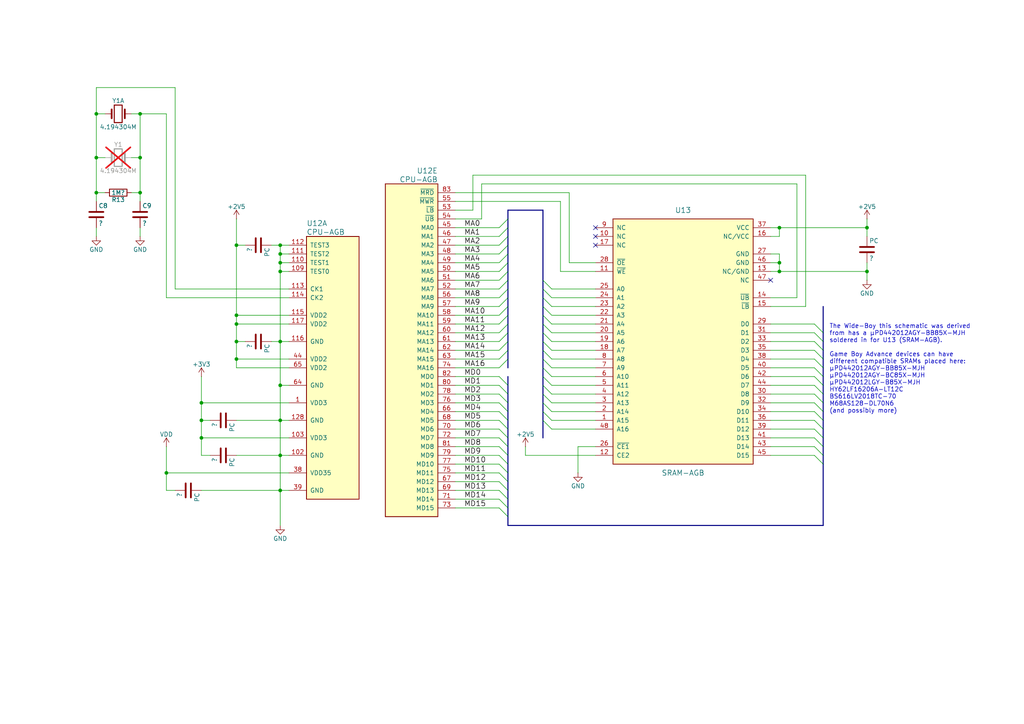
<source format=kicad_sch>
(kicad_sch (version 20231120) (generator "eeschema") (generator_version "8.0")
  (paper "A4")
  (title_block (title "Wide-Boy64 AGB") (date "2024-06-20") (rev "2") (company "CC-BY-SA-4.0 Michael Singer") (comment 1 "https://github.com/msinger/wideboy/") (comment 2 "http://iceboy.a-singer.de/"))
  (lib_symbols
    (symbol "CPU_GameBoy:CPU-AGB-Split" (pin_names (offset 1.016))
      (property "Reference" "U" (at 5.08 6.35 0))
      (property "Value" "CPU-AGB-Split" (at 5.08 3.81 0))
      (symbol "CPU-AGB-Split_1_1"
        (rectangle (start 5.08 2.54) (end 20.32 -73.66) (stroke (width 0.254)) (fill (type background)))
        (pin power_in line (at 0 -45.72 0) (length 5.08) (name "VDD3") (number "1"))
        (pin power_in line (at 0 -60.96 0) (length 5.08) (name "GND") (number "102"))
        (pin power_in line (at 0 -55.88 0) (length 5.08) (name "VDD3") (number "103"))
        (pin input line (at 0 -7.62 0) (length 5.08) (name "TEST0") (number "109"))
        (pin input line (at 0 -5.08 0) (length 5.08) (name "TEST1") (number "110"))
        (pin input line (at 0 -2.54 0) (length 5.08) (name "TEST2") (number "111"))
        (pin input line (at 0 0 0) (length 5.08) (name "TEST3") (number "112"))
        (pin passive line (at 0 -12.7 0) (length 5.08) (name "CK1") (number "113"))
        (pin passive line (at 0 -15.24 0) (length 5.08) (name "CK2") (number "114"))
        (pin power_in line (at 0 -20.32 0) (length 5.08) (name "VDD2") (number "115"))
        (pin power_in line (at 0 -27.94 0) (length 5.08) (name "GND") (number "116"))
        (pin power_in line (at 0 -22.86 0) (length 5.08) (name "VDD2") (number "117"))
        (pin power_in line (at 0 -50.8 0) (length 5.08) (name "GND") (number "128"))
        (pin power_in line (at 0 -66.04 0) (length 5.08) (name "VDD35") (number "38"))
        (pin power_in line (at 0 -71.12 0) (length 5.08) (name "GND") (number "39"))
        (pin power_in line (at 0 -33.02 0) (length 5.08) (name "VDD2") (number "44"))
        (pin power_in line (at 0 -40.64 0) (length 5.08) (name "GND") (number "64"))
        (pin power_in line (at 0 -35.56 0) (length 5.08) (name "VDD2") (number "65"))
      )
      (symbol "CPU-AGB-Split_2_1"
        (rectangle (start 5.08 2.54) (end 20.32 -53.34) (stroke (width 0.254)) (fill (type background)))
        (pin input line (at 0 -22.86 0) (length 5.08) (name "P9") (number "119"))
        (pin input line (at 0 -15.24 0) (length 5.08) (name "P6") (number "120"))
        (pin input line (at 0 -12.7 0) (length 5.08) (name "P5") (number "121"))
        (pin input line (at 0 -17.78 0) (length 5.08) (name "P7") (number "122"))
        (pin input line (at 0 -10.16 0) (length 5.08) (name "P4") (number "123"))
        (pin input line (at 0 -40.64 0) (length 5.08) (name "~{FIQ}") (number "124"))
        (pin bidirectional line (at 0 -43.18 0) (length 5.08) (name "~{RESET}") (number "125"))
        (pin input line (at 0 -5.08 0) (length 5.08) (name "P2") (number "126"))
        (pin input line (at 0 -7.62 0) (length 5.08) (name "P3") (number "127"))
        (pin input line (at 0 -20.32 0) (length 5.08) (name "P8") (number "3"))
        (pin input line (at 0 0 0) (length 5.08) (name "P0") (number "4"))
        (pin bidirectional line (at 0 -35.56 0) (length 5.08) (name "SC") (number "40"))
        (pin bidirectional line (at 0 -33.02 0) (length 5.08) (name "SD") (number "41"))
        (pin input line (at 0 -30.48 0) (length 5.08) (name "SI") (number "42"))
        (pin output line (at 0 -27.94 0) (length 5.08) (name "SO") (number "43"))
        (pin input line (at 0 -2.54 0) (length 5.08) (name "P1") (number "5"))
        (pin output line (at 0 -48.26 0) (length 5.08) (name "SO1") (number "6"))
        (pin output line (at 0 -50.8 0) (length 5.08) (name "SO2") (number "7"))
      )
      (symbol "CPU-AGB-Split_3_1"
        (rectangle (start 5.08 2.54) (end 20.32 -76.2) (stroke (width 0.254)) (fill (type background)))
        (pin output line (at 0 -53.34 0) (length 5.08) (name "LDB2") (number "100"))
        (pin output line (at 0 -55.88 0) (length 5.08) (name "LDB1") (number "101"))
        (pin output line (at 0 -60.96 0) (length 5.08) (name "SPL") (number "104"))
        (pin output line (at 0 -63.5 0) (length 5.08) (name "CLS") (number "105"))
        (pin output line (at 0 -66.04 0) (length 5.08) (name "SPS") (number "106"))
        (pin output line (at 0 -68.58 0) (length 5.08) (name "MOD") (number "107"))
        (pin output line (at 0 -73.66 0) (length 5.08) (name "REVC") (number "108"))
        (pin output line (at 0 0 0) (length 5.08) (name "R10") (number "118"))
        (pin output line (at 0 -5.08 0) (length 5.08) (name "DCK") (number "84"))
        (pin output line (at 0 -7.62 0) (length 5.08) (name "LP") (number "85"))
        (pin output line (at 0 -10.16 0) (length 5.08) (name "PS") (number "86"))
        (pin output line (at 0 -15.24 0) (length 5.08) (name "LDR5") (number "87"))
        (pin output line (at 0 -17.78 0) (length 5.08) (name "LDR4") (number "88"))
        (pin output line (at 0 -20.32 0) (length 5.08) (name "LDR3") (number "89"))
        (pin output line (at 0 -22.86 0) (length 5.08) (name "LDR2") (number "90"))
        (pin output line (at 0 -25.4 0) (length 5.08) (name "LDR1") (number "91"))
        (pin output line (at 0 -30.48 0) (length 5.08) (name "LDG5") (number "92"))
        (pin output line (at 0 -33.02 0) (length 5.08) (name "LDG4") (number "93"))
        (pin output line (at 0 -35.56 0) (length 5.08) (name "LDG3") (number "94"))
        (pin output line (at 0 -38.1 0) (length 5.08) (name "LDG2") (number "95"))
        (pin output line (at 0 -40.64 0) (length 5.08) (name "LDG1") (number "96"))
        (pin output line (at 0 -45.72 0) (length 5.08) (name "LDB5") (number "97"))
        (pin output line (at 0 -48.26 0) (length 5.08) (name "LDB4") (number "98"))
        (pin output line (at 0 -50.8 0) (length 5.08) (name "LDB3") (number "99"))
      )
      (symbol "CPU-AGB-Split_4_1"
        (rectangle (start 5.08 2.54) (end 20.32 -81.28) (stroke (width 0.254)) (fill (type background)))
        (pin bidirectional line (at 0 -73.66 0) (length 5.08) (name "A23") (number "10"))
        (pin bidirectional line (at 0 -71.12 0) (length 5.08) (name "A22") (number "11"))
        (pin bidirectional line (at 0 -68.58 0) (length 5.08) (name "A21") (number "12"))
        (pin bidirectional line (at 0 -66.04 0) (length 5.08) (name "A20") (number "13"))
        (pin bidirectional line (at 0 -63.5 0) (length 5.08) (name "A19") (number "14"))
        (pin bidirectional line (at 0 -60.96 0) (length 5.08) (name "A18") (number "15"))
        (pin bidirectional line (at 0 -58.42 0) (length 5.08) (name "A17") (number "16"))
        (pin bidirectional line (at 0 -55.88 0) (length 5.08) (name "A16") (number "17"))
        (pin bidirectional line (at 0 -53.34 0) (length 5.08) (name "AD15") (number "18"))
        (pin bidirectional line (at 0 -50.8 0) (length 5.08) (name "AD14") (number "19"))
        (pin input line (at 0 0 0) (length 5.08) (name "IN35") (number "2"))
        (pin bidirectional line (at 0 -48.26 0) (length 5.08) (name "AD13") (number "20"))
        (pin bidirectional line (at 0 -45.72 0) (length 5.08) (name "AD12") (number "21"))
        (pin bidirectional line (at 0 -43.18 0) (length 5.08) (name "AD11") (number "22"))
        (pin bidirectional line (at 0 -40.64 0) (length 5.08) (name "AD10") (number "23"))
        (pin bidirectional line (at 0 -38.1 0) (length 5.08) (name "AD9") (number "24"))
        (pin bidirectional line (at 0 -35.56 0) (length 5.08) (name "AD8") (number "25"))
        (pin bidirectional line (at 0 -33.02 0) (length 5.08) (name "AD7") (number "26"))
        (pin bidirectional line (at 0 -30.48 0) (length 5.08) (name "AD6") (number "27"))
        (pin bidirectional line (at 0 -27.94 0) (length 5.08) (name "AD5") (number "28"))
        (pin bidirectional line (at 0 -25.4 0) (length 5.08) (name "AD4") (number "29"))
        (pin bidirectional line (at 0 -22.86 0) (length 5.08) (name "AD3") (number "30"))
        (pin bidirectional line (at 0 -20.32 0) (length 5.08) (name "AD2") (number "31"))
        (pin bidirectional line (at 0 -17.78 0) (length 5.08) (name "AD1") (number "32"))
        (pin bidirectional line (at 0 -15.24 0) (length 5.08) (name "AD0") (number "33"))
        (pin output line (at 0 -12.7 0) (length 5.08) (name "~{CS1}") (number "34"))
        (pin output line (at 0 -10.16 0) (length 5.08) (name "~{RD}") (number "35"))
        (pin output line (at 0 -7.62 0) (length 5.08) (name "~{WR}") (number "36"))
        (pin output line (at 0 -5.08 0) (length 5.08) (name "PHI") (number "37"))
        (pin input line (at 0 -78.74 0) (length 5.08) (name "IRQ/DREQ") (number "8"))
        (pin bidirectional line (at 0 -76.2 0) (length 5.08) (name "~{CS2}") (number "9"))
      )
      (symbol "CPU-AGB-Split_5_1"
        (rectangle (start 5.08 2.54) (end 20.32 -93.98) (stroke (width 0.254)) (fill (type background)))
        (pin output line (at 0 -10.16 0) (length 5.08) (name "MA0") (number "45"))
        (pin output line (at 0 -12.7 0) (length 5.08) (name "MA1") (number "46"))
        (pin output line (at 0 -15.24 0) (length 5.08) (name "MA2") (number "47"))
        (pin output line (at 0 -17.78 0) (length 5.08) (name "MA3") (number "48"))
        (pin output line (at 0 -20.32 0) (length 5.08) (name "MA4") (number "49"))
        (pin output line (at 0 -22.86 0) (length 5.08) (name "MA5") (number "50"))
        (pin output line (at 0 -25.4 0) (length 5.08) (name "MA6") (number "51"))
        (pin output line (at 0 -27.94 0) (length 5.08) (name "MA7") (number "52"))
        (pin output line (at 0 -5.08 0) (length 5.08) (name "~{LB}") (number "53"))
        (pin output line (at 0 -7.62 0) (length 5.08) (name "~{UB}") (number "54"))
        (pin output line (at 0 -2.54 0) (length 5.08) (name "~{MWR}") (number "55"))
        (pin output line (at 0 -30.48 0) (length 5.08) (name "MA8") (number "56"))
        (pin output line (at 0 -33.02 0) (length 5.08) (name "MA9") (number "57"))
        (pin output line (at 0 -35.56 0) (length 5.08) (name "MA10") (number "58"))
        (pin output line (at 0 -38.1 0) (length 5.08) (name "MA11") (number "59"))
        (pin output line (at 0 -40.64 0) (length 5.08) (name "MA12") (number "60"))
        (pin output line (at 0 -43.18 0) (length 5.08) (name "MA13") (number "61"))
        (pin output line (at 0 -45.72 0) (length 5.08) (name "MA14") (number "62"))
        (pin output line (at 0 -48.26 0) (length 5.08) (name "MA15") (number "63"))
        (pin bidirectional line (at 0 -63.5 0) (length 5.08) (name "MD4") (number "66"))
        (pin bidirectional line (at 0 -83.82 0) (length 5.08) (name "MD12") (number "67"))
        (pin bidirectional line (at 0 -66.04 0) (length 5.08) (name "MD5") (number "68"))
        (pin bidirectional line (at 0 -86.36 0) (length 5.08) (name "MD13") (number "69"))
        (pin bidirectional line (at 0 -68.58 0) (length 5.08) (name "MD6") (number "70"))
        (pin bidirectional line (at 0 -88.9 0) (length 5.08) (name "MD14") (number "71"))
        (pin bidirectional line (at 0 -71.12 0) (length 5.08) (name "MD7") (number "72"))
        (pin bidirectional line (at 0 -91.44 0) (length 5.08) (name "MD15") (number "73"))
        (pin output line (at 0 -50.8 0) (length 5.08) (name "MA16") (number "74"))
        (pin bidirectional line (at 0 -81.28 0) (length 5.08) (name "MD11") (number "75"))
        (pin bidirectional line (at 0 -60.96 0) (length 5.08) (name "MD3") (number "76"))
        (pin bidirectional line (at 0 -78.74 0) (length 5.08) (name "MD10") (number "77"))
        (pin bidirectional line (at 0 -58.42 0) (length 5.08) (name "MD2") (number "78"))
        (pin bidirectional line (at 0 -76.2 0) (length 5.08) (name "MD9") (number "79"))
        (pin bidirectional line (at 0 -55.88 0) (length 5.08) (name "MD1") (number "80"))
        (pin bidirectional line (at 0 -73.66 0) (length 5.08) (name "MD8") (number "81"))
        (pin bidirectional line (at 0 -53.34 0) (length 5.08) (name "MD0") (number "82"))
        (pin output line (at 0 0 0) (length 5.08) (name "~{MRD}") (number "83"))
      )
    )
    (symbol "Device:C" (pin_numbers hide) (pin_names (offset 0.254))
      (property "Reference" "C" (at 0.635 2.54 0))
      (property "Value" "C" (at 0.635 -2.54 0))
      (symbol "C_0_1"
        (polyline (pts (xy -2.032 -0.762) (xy 2.032 -0.762)) (stroke (width 0.508)))
        (polyline (pts (xy -2.032 0.762) (xy 2.032 0.762)) (stroke (width 0.508)))
      )
      (symbol "C_1_1"
        (pin passive line (at 0 3.81 270) (length 2.794) (name "~") (number "1"))
        (pin passive line (at 0 -3.81 90) (length 2.794) (name "~") (number "2"))
      )
    )
    (symbol "Device:Crystal" (pin_numbers hide) (pin_names (offset 1.016) hide)
      (property "Reference" "Y" (at 0 3.81 0))
      (property "Value" "Crystal" (at 0 -3.81 0))
      (symbol "Crystal_0_1"
        (rectangle (start -1.143 2.54) (end 1.143 -2.54) (stroke (width 0.3048)))
        (polyline (pts (xy -2.54 0) (xy -1.905 0)))
        (polyline (pts (xy -1.905 -1.27) (xy -1.905 1.27)) (stroke (width 0.508)))
        (polyline (pts (xy 1.905 -1.27) (xy 1.905 1.27)) (stroke (width 0.508)))
        (polyline (pts (xy 2.54 0) (xy 1.905 0)))
      )
      (symbol "Crystal_1_1"
        (pin passive line (at -3.81 0 0) (length 1.27) (name "1") (number "1"))
        (pin passive line (at 3.81 0 180) (length 1.27) (name "2") (number "2"))
      )
    )
    (symbol "Device:R" (pin_numbers hide) (pin_names (offset 0))
      (property "Reference" "R" (at 2.032 0 90))
      (property "Value" "R" (at 0 0 90))
      (symbol "R_0_1"
        (rectangle (start -1.016 -2.54) (end 1.016 2.54) (stroke (width 0.254)))
      )
      (symbol "R_1_1"
        (pin passive line (at 0 3.81 270) (length 1.27) (name "~") (number "1"))
        (pin passive line (at 0 -3.81 90) (length 1.27) (name "~") (number "2"))
      )
    )
    (symbol "Memory_RAM_GameBoy:SRAM-AGB" (pin_names (offset 1.016))
      (property "Reference" "U" (at 0 38.1 0))
      (property "Value" "SRAM-AGB" (at 0 -38.1 0))
      (symbol "SRAM-AGB_1_1"
        (rectangle (start -20.32 35.56) (end 20.32 -35.56) (stroke (width 0.254)) (fill (type background)))
        (pin input line (at -25.4 -22.86 0) (length 5.08) (name "A15") (number "1"))
        (pin passive line (at -25.4 30.48 0) (length 5.08) (name "NC") (number "10"))
        (pin input line (at -25.4 20.32 0) (length 5.08) (name "~{WE}") (number "11"))
        (pin input line (at -25.4 -33.02 0) (length 5.08) (name "CE2") (number "12"))
        (pin passive line (at 25.4 20.32 180) (length 5.08) (name "NC/GND") (number "13"))
        (pin input line (at 25.4 12.7 180) (length 5.08) (name "~{UB}") (number "14"))
        (pin input line (at 25.4 10.16 180) (length 5.08) (name "~{LB}") (number "15"))
        (pin passive line (at 25.4 30.48 180) (length 5.08) (name "NC/VCC") (number "16"))
        (pin passive line (at -25.4 27.94 0) (length 5.08) (name "NC") (number "17"))
        (pin input line (at -25.4 -2.54 0) (length 5.08) (name "A7") (number "18"))
        (pin input line (at -25.4 0 0) (length 5.08) (name "A6") (number "19"))
        (pin input line (at -25.4 -20.32 0) (length 5.08) (name "A14") (number "2"))
        (pin input line (at -25.4 2.54 0) (length 5.08) (name "A5") (number "20"))
        (pin input line (at -25.4 5.08 0) (length 5.08) (name "A4") (number "21"))
        (pin input line (at -25.4 7.62 0) (length 5.08) (name "A3") (number "22"))
        (pin input line (at -25.4 10.16 0) (length 5.08) (name "A2") (number "23"))
        (pin input line (at -25.4 12.7 0) (length 5.08) (name "A1") (number "24"))
        (pin input line (at -25.4 15.24 0) (length 5.08) (name "A0") (number "25"))
        (pin input line (at -25.4 -30.48 0) (length 5.08) (name "~{CE1}") (number "26"))
        (pin power_in line (at 25.4 25.4 180) (length 5.08) (name "GND") (number "27"))
        (pin input line (at -25.4 22.86 0) (length 5.08) (name "~{OE}") (number "28"))
        (pin bidirectional line (at 25.4 5.08 180) (length 5.08) (name "D0") (number "29"))
        (pin input line (at -25.4 -17.78 0) (length 5.08) (name "A13") (number "3"))
        (pin bidirectional line (at 25.4 -15.24 180) (length 5.08) (name "D8") (number "30"))
        (pin bidirectional line (at 25.4 2.54 180) (length 5.08) (name "D1") (number "31"))
        (pin bidirectional line (at 25.4 -17.78 180) (length 5.08) (name "D9") (number "32"))
        (pin bidirectional line (at 25.4 0 180) (length 5.08) (name "D2") (number "33"))
        (pin bidirectional line (at 25.4 -20.32 180) (length 5.08) (name "D10") (number "34"))
        (pin bidirectional line (at 25.4 -2.54 180) (length 5.08) (name "D3") (number "35"))
        (pin bidirectional line (at 25.4 -22.86 180) (length 5.08) (name "D11") (number "36"))
        (pin power_in line (at 25.4 33.02 180) (length 5.08) (name "VCC") (number "37"))
        (pin bidirectional line (at 25.4 -5.08 180) (length 5.08) (name "D4") (number "38"))
        (pin bidirectional line (at 25.4 -25.4 180) (length 5.08) (name "D12") (number "39"))
        (pin input line (at -25.4 -15.24 0) (length 5.08) (name "A12") (number "4"))
        (pin bidirectional line (at 25.4 -7.62 180) (length 5.08) (name "D5") (number "40"))
        (pin bidirectional line (at 25.4 -27.94 180) (length 5.08) (name "D13") (number "41"))
        (pin bidirectional line (at 25.4 -10.16 180) (length 5.08) (name "D6") (number "42"))
        (pin bidirectional line (at 25.4 -30.48 180) (length 5.08) (name "D14") (number "43"))
        (pin bidirectional line (at 25.4 -12.7 180) (length 5.08) (name "D7") (number "44"))
        (pin bidirectional line (at 25.4 -33.02 180) (length 5.08) (name "D15") (number "45"))
        (pin power_in line (at 25.4 22.86 180) (length 5.08) (name "GND") (number "46"))
        (pin passive line (at 25.4 17.78 180) (length 5.08) (name "NC") (number "47"))
        (pin input line (at -25.4 -25.4 0) (length 5.08) (name "A16") (number "48"))
        (pin input line (at -25.4 -12.7 0) (length 5.08) (name "A11") (number "5"))
        (pin input line (at -25.4 -10.16 0) (length 5.08) (name "A10") (number "6"))
        (pin input line (at -25.4 -7.62 0) (length 5.08) (name "A9") (number "7"))
        (pin input line (at -25.4 -5.08 0) (length 5.08) (name "A8") (number "8"))
        (pin passive line (at -25.4 33.02 0) (length 5.08) (name "NC") (number "9"))
      )
    )
    (symbol "power:+2V5" (power) (pin_numbers hide) (pin_names (offset 0) hide)
      (property "Value" "+2V5" (at 0 3.556 0))
      (symbol "+2V5_0_1"
        (polyline (pts (xy -0.762 1.27) (xy 0 2.54)))
        (polyline (pts (xy 0 0) (xy 0 2.54)))
        (polyline (pts (xy 0 2.54) (xy 0.762 1.27)))
      )
      (symbol "+2V5_1_1"
        (pin power_in line (at 0 0 90) (length 0) (name "~") (number "1"))
      )
    )
    (symbol "power:+3V3" (power) (pin_numbers hide) (pin_names (offset 0) hide)
      (property "Value" "+3V3" (at 0 3.556 0))
      (symbol "+3V3_0_1"
        (polyline (pts (xy -0.762 1.27) (xy 0 2.54)))
        (polyline (pts (xy 0 0) (xy 0 2.54)))
        (polyline (pts (xy 0 2.54) (xy 0.762 1.27)))
      )
      (symbol "+3V3_1_1"
        (pin power_in line (at 0 0 90) (length 0) (name "~") (number "1"))
      )
    )
    (symbol "power:GND" (power) (pin_numbers hide) (pin_names (offset 0) hide)
      (property "Value" "GND" (at 0 -3.81 0))
      (symbol "GND_0_1"
        (polyline (pts (xy 0 0) (xy 0 -1.27) (xy 1.27 -1.27) (xy 0 -2.54) (xy -1.27 -1.27) (xy 0 -1.27)))
      )
      (symbol "GND_1_1"
        (pin power_in line (at 0 0 270) (length 0) (name "~") (number "1"))
      )
    )
    (symbol "power:VDD" (power) (pin_numbers hide) (pin_names (offset 0) hide)
      (property "Value" "VDD" (at 0 3.556 0))
      (symbol "VDD_0_1"
        (polyline (pts (xy -0.762 1.27) (xy 0 2.54)))
        (polyline (pts (xy 0 0) (xy 0 2.54)))
        (polyline (pts (xy 0 2.54) (xy 0.762 1.27)))
      )
      (symbol "VDD_1_1"
        (pin power_in line (at 0 0 90) (length 0) (name "~") (number "1"))
      )
    )
  )
  (junction (at 27.94 55.88))
  (junction (at 81.28 142.24))
  (junction (at 48.26 137.16))
  (junction (at 68.58 93.98))
  (junction (at 68.58 99.06))
  (junction (at 27.94 45.72))
  (junction (at 251.46 78.74))
  (junction (at 81.28 73.66))
  (junction (at 68.58 71.12))
  (junction (at 81.28 121.92))
  (junction (at 58.42 127))
  (junction (at 40.64 45.72))
  (junction (at 68.58 91.44))
  (junction (at 251.46 66.04))
  (junction (at 40.64 55.88))
  (junction (at 226.06 78.74))
  (junction (at 58.42 121.92))
  (junction (at 68.58 104.14))
  (junction (at 27.94 33.02))
  (junction (at 40.64 33.02))
  (junction (at 81.28 111.76))
  (junction (at 81.28 71.12))
  (junction (at 81.28 132.08))
  (junction (at 81.28 99.06))
  (junction (at 81.28 78.74))
  (junction (at 226.06 76.2))
  (junction (at 226.06 66.04))
  (junction (at 81.28 76.2))
  (junction (at 58.42 116.84))
  (no_connect (at 172.72 68.58))
  (no_connect (at 172.72 71.12))
  (no_connect (at 172.72 66.04))
  (no_connect (at 223.52 81.28))
  (bus_entry (at 144.78 101.6) (size 2.54 -2.54))
  (bus_entry (at 236.22 109.22) (size 2.54 2.54))
  (bus_entry (at 144.78 111.76) (size 2.54 2.54))
  (bus_entry (at 144.78 116.84) (size 2.54 2.54))
  (bus_entry (at 157.48 96.52) (size 2.54 2.54))
  (bus_entry (at 144.78 139.7) (size 2.54 2.54))
  (bus_entry (at 236.22 132.08) (size 2.54 2.54))
  (bus_entry (at 144.78 91.44) (size 2.54 -2.54))
  (bus_entry (at 236.22 93.98) (size 2.54 2.54))
  (bus_entry (at 144.78 124.46) (size 2.54 2.54))
  (bus_entry (at 144.78 78.74) (size 2.54 -2.54))
  (bus_entry (at 144.78 81.28) (size 2.54 -2.54))
  (bus_entry (at 236.22 129.54) (size 2.54 2.54))
  (bus_entry (at 144.78 142.24) (size 2.54 2.54))
  (bus_entry (at 157.48 88.9) (size 2.54 2.54))
  (bus_entry (at 157.48 104.14) (size 2.54 2.54))
  (bus_entry (at 157.48 116.84) (size 2.54 2.54))
  (bus_entry (at 236.22 101.6) (size 2.54 2.54))
  (bus_entry (at 144.78 68.58) (size 2.54 -2.54))
  (bus_entry (at 157.48 114.3) (size 2.54 2.54))
  (bus_entry (at 157.48 106.68) (size 2.54 2.54))
  (bus_entry (at 144.78 104.14) (size 2.54 -2.54))
  (bus_entry (at 236.22 119.38) (size 2.54 2.54))
  (bus_entry (at 144.78 137.16) (size 2.54 2.54))
  (bus_entry (at 157.48 93.98) (size 2.54 2.54))
  (bus_entry (at 157.48 101.6) (size 2.54 2.54))
  (bus_entry (at 144.78 106.68) (size 2.54 -2.54))
  (bus_entry (at 144.78 109.22) (size 2.54 2.54))
  (bus_entry (at 144.78 93.98) (size 2.54 -2.54))
  (bus_entry (at 144.78 73.66) (size 2.54 -2.54))
  (bus_entry (at 157.48 83.82) (size 2.54 2.54))
  (bus_entry (at 144.78 88.9) (size 2.54 -2.54))
  (bus_entry (at 236.22 96.52) (size 2.54 2.54))
  (bus_entry (at 157.48 111.76) (size 2.54 2.54))
  (bus_entry (at 144.78 86.36) (size 2.54 -2.54))
  (bus_entry (at 157.48 86.36) (size 2.54 2.54))
  (bus_entry (at 236.22 116.84) (size 2.54 2.54))
  (bus_entry (at 144.78 71.12) (size 2.54 -2.54))
  (bus_entry (at 236.22 111.76) (size 2.54 2.54))
  (bus_entry (at 144.78 127) (size 2.54 2.54))
  (bus_entry (at 236.22 106.68) (size 2.54 2.54))
  (bus_entry (at 157.48 121.92) (size 2.54 2.54))
  (bus_entry (at 144.78 132.08) (size 2.54 2.54))
  (bus_entry (at 144.78 119.38) (size 2.54 2.54))
  (bus_entry (at 144.78 96.52) (size 2.54 -2.54))
  (bus_entry (at 144.78 83.82) (size 2.54 -2.54))
  (bus_entry (at 236.22 127) (size 2.54 2.54))
  (bus_entry (at 144.78 134.62) (size 2.54 2.54))
  (bus_entry (at 144.78 147.32) (size 2.54 2.54))
  (bus_entry (at 236.22 99.06) (size 2.54 2.54))
  (bus_entry (at 236.22 104.14) (size 2.54 2.54))
  (bus_entry (at 157.48 81.28) (size 2.54 2.54))
  (bus_entry (at 157.48 119.38) (size 2.54 2.54))
  (bus_entry (at 144.78 144.78) (size 2.54 2.54))
  (bus_entry (at 236.22 124.46) (size 2.54 2.54))
  (bus_entry (at 144.78 121.92) (size 2.54 2.54))
  (bus_entry (at 144.78 114.3) (size 2.54 2.54))
  (bus_entry (at 236.22 114.3) (size 2.54 2.54))
  (bus_entry (at 144.78 76.2) (size 2.54 -2.54))
  (bus_entry (at 144.78 129.54) (size 2.54 2.54))
  (bus_entry (at 144.78 99.06) (size 2.54 -2.54))
  (bus_entry (at 157.48 109.22) (size 2.54 2.54))
  (bus_entry (at 236.22 121.92) (size 2.54 2.54))
  (bus_entry (at 157.48 91.44) (size 2.54 2.54))
  (bus_entry (at 144.78 66.04) (size 2.54 -2.54))
  (bus_entry (at 157.48 99.06) (size 2.54 2.54))
  (wire (pts (xy 144.78 101.6) (xy 132.08 101.6)))
  (wire (pts (xy 160.02 121.92) (xy 172.72 121.92)))
  (wire (pts (xy 162.56 78.74) (xy 172.72 78.74)))
  (wire (pts (xy 144.78 114.3) (xy 132.08 114.3)))
  (wire (pts (xy 139.7 53.34) (xy 139.7 63.5)))
  (wire (pts (xy 48.26 33.02) (xy 48.26 86.36)))
  (wire (pts (xy 71.12 99.06) (xy 68.58 99.06)))
  (bus (pts (xy 147.32 144.78) (xy 147.32 147.32)))
  (bus (pts (xy 147.32 88.9) (xy 147.32 86.36)))
  (wire (pts (xy 50.8 25.4) (xy 50.8 83.82)))
  (bus (pts (xy 157.48 119.38) (xy 157.48 121.92)))
  (bus (pts (xy 238.76 132.08) (xy 238.76 129.54)))
  (wire (pts (xy 236.22 109.22) (xy 223.52 109.22)))
  (wire (pts (xy 226.06 73.66) (xy 226.06 76.2)))
  (bus (pts (xy 147.32 137.16) (xy 147.32 139.7)))
  (wire (pts (xy 68.58 121.92) (xy 81.28 121.92)))
  (bus (pts (xy 147.32 129.54) (xy 147.32 132.08)))
  (bus (pts (xy 157.48 96.52) (xy 157.48 99.06)))
  (wire (pts (xy 68.58 104.14) (xy 68.58 99.06)))
  (bus (pts (xy 147.32 91.44) (xy 147.32 88.9)))
  (wire (pts (xy 144.78 137.16) (xy 132.08 137.16)))
  (wire (pts (xy 160.02 119.38) (xy 172.72 119.38)))
  (bus (pts (xy 157.48 93.98) (xy 157.48 96.52)))
  (wire (pts (xy 223.52 68.58) (xy 226.06 68.58)))
  (wire (pts (xy 81.28 78.74) (xy 81.28 99.06)))
  (wire (pts (xy 137.16 50.8) (xy 233.68 50.8)))
  (wire (pts (xy 81.28 132.08) (xy 81.28 142.24)))
  (bus (pts (xy 147.32 66.04) (xy 147.32 63.5)))
  (bus (pts (xy 238.76 101.6) (xy 238.76 99.06)))
  (wire (pts (xy 27.94 68.58) (xy 27.94 66.04)))
  (wire (pts (xy 144.78 121.92) (xy 132.08 121.92)))
  (bus (pts (xy 147.32 63.5) (xy 147.32 60.96)))
  (bus (pts (xy 238.76 96.52) (xy 238.76 88.9)))
  (wire (pts (xy 236.22 93.98) (xy 223.52 93.98)))
  (wire (pts (xy 58.42 116.84) (xy 58.42 121.92)))
  (bus (pts (xy 147.32 96.52) (xy 147.32 93.98)))
  (wire (pts (xy 251.46 66.04) (xy 251.46 68.58)))
  (wire (pts (xy 236.22 132.08) (xy 223.52 132.08)))
  (wire (pts (xy 83.82 93.98) (xy 68.58 93.98)))
  (wire (pts (xy 27.94 55.88) (xy 30.48 55.88)))
  (bus (pts (xy 157.48 109.22) (xy 157.48 111.76)))
  (wire (pts (xy 139.7 63.5) (xy 132.08 63.5)))
  (wire (pts (xy 160.02 104.14) (xy 172.72 104.14)))
  (bus (pts (xy 147.32 99.06) (xy 147.32 96.52)))
  (wire (pts (xy 236.22 114.3) (xy 223.52 114.3)))
  (wire (pts (xy 236.22 127) (xy 223.52 127)))
  (wire (pts (xy 81.28 73.66) (xy 81.28 76.2)))
  (wire (pts (xy 50.8 83.82) (xy 83.82 83.82)))
  (wire (pts (xy 144.78 139.7) (xy 132.08 139.7)))
  (wire (pts (xy 71.12 71.12) (xy 68.58 71.12)))
  (bus (pts (xy 157.48 111.76) (xy 157.48 114.3)))
  (wire (pts (xy 144.78 127) (xy 132.08 127)))
  (bus (pts (xy 147.32 142.24) (xy 147.32 144.78)))
  (bus (pts (xy 238.76 127) (xy 238.76 124.46)))
  (bus (pts (xy 157.48 114.3) (xy 157.48 116.84)))
  (wire (pts (xy 144.78 124.46) (xy 132.08 124.46)))
  (wire (pts (xy 58.42 142.24) (xy 81.28 142.24)))
  (bus (pts (xy 238.76 114.3) (xy 238.76 111.76)))
  (wire (pts (xy 68.58 91.44) (xy 68.58 71.12)))
  (bus (pts (xy 147.32 83.82) (xy 147.32 81.28)))
  (wire (pts (xy 236.22 129.54) (xy 223.52 129.54)))
  (wire (pts (xy 81.28 142.24) (xy 81.28 152.4)))
  (wire (pts (xy 40.64 45.72) (xy 40.64 33.02)))
  (wire (pts (xy 48.26 137.16) (xy 48.26 142.24)))
  (wire (pts (xy 144.78 106.68) (xy 132.08 106.68)))
  (bus (pts (xy 147.32 86.36) (xy 147.32 83.82)))
  (wire (pts (xy 83.82 76.2) (xy 81.28 76.2)))
  (wire (pts (xy 81.28 111.76) (xy 81.28 121.92)))
  (wire (pts (xy 81.28 132.08) (xy 83.82 132.08)))
  (wire (pts (xy 27.94 25.4) (xy 50.8 25.4)))
  (wire (pts (xy 160.02 106.68) (xy 172.72 106.68)))
  (wire (pts (xy 144.78 76.2) (xy 132.08 76.2)))
  (wire (pts (xy 160.02 83.82) (xy 172.72 83.82)))
  (wire (pts (xy 81.28 71.12) (xy 83.82 71.12)))
  (wire (pts (xy 160.02 101.6) (xy 172.72 101.6)))
  (bus (pts (xy 238.76 116.84) (xy 238.76 114.3)))
  (wire (pts (xy 68.58 99.06) (xy 68.58 93.98)))
  (wire (pts (xy 144.78 116.84) (xy 132.08 116.84)))
  (bus (pts (xy 147.32 121.92) (xy 147.32 124.46)))
  (wire (pts (xy 144.78 71.12) (xy 132.08 71.12)))
  (wire (pts (xy 160.02 99.06) (xy 172.72 99.06)))
  (wire (pts (xy 132.08 60.96) (xy 137.16 60.96)))
  (bus (pts (xy 238.76 99.06) (xy 238.76 96.52)))
  (bus (pts (xy 157.48 91.44) (xy 157.48 93.98)))
  (wire (pts (xy 236.22 111.76) (xy 223.52 111.76)))
  (bus (pts (xy 147.32 111.76) (xy 147.32 114.3)))
  (wire (pts (xy 236.22 116.84) (xy 223.52 116.84)))
  (wire (pts (xy 223.52 76.2) (xy 226.06 76.2)))
  (wire (pts (xy 233.68 88.9) (xy 223.52 88.9)))
  (bus (pts (xy 157.48 116.84) (xy 157.48 119.38)))
  (wire (pts (xy 48.26 129.54) (xy 48.26 137.16)))
  (wire (pts (xy 160.02 109.22) (xy 172.72 109.22)))
  (bus (pts (xy 238.76 109.22) (xy 238.76 106.68)))
  (wire (pts (xy 226.06 76.2) (xy 226.06 78.74)))
  (wire (pts (xy 144.78 68.58) (xy 132.08 68.58)))
  (wire (pts (xy 172.72 129.54) (xy 167.64 129.54)))
  (wire (pts (xy 144.78 142.24) (xy 132.08 142.24)))
  (wire (pts (xy 40.64 45.72) (xy 38.1 45.72)))
  (wire (pts (xy 165.1 55.88) (xy 132.08 55.88)))
  (wire (pts (xy 38.1 55.88) (xy 40.64 55.88)))
  (wire (pts (xy 160.02 91.44) (xy 172.72 91.44)))
  (wire (pts (xy 236.22 96.52) (xy 223.52 96.52)))
  (wire (pts (xy 144.78 134.62) (xy 132.08 134.62)))
  (wire (pts (xy 83.82 78.74) (xy 81.28 78.74)))
  (wire (pts (xy 81.28 121.92) (xy 83.82 121.92)))
  (bus (pts (xy 238.76 121.92) (xy 238.76 119.38)))
  (bus (pts (xy 157.48 83.82) (xy 157.48 86.36)))
  (wire (pts (xy 68.58 93.98) (xy 68.58 91.44)))
  (wire (pts (xy 27.94 25.4) (xy 27.94 33.02)))
  (bus (pts (xy 157.48 101.6) (xy 157.48 104.14)))
  (wire (pts (xy 48.26 86.36) (xy 83.82 86.36)))
  (wire (pts (xy 160.02 93.98) (xy 172.72 93.98)))
  (bus (pts (xy 147.32 134.62) (xy 147.32 137.16)))
  (wire (pts (xy 144.78 78.74) (xy 132.08 78.74)))
  (bus (pts (xy 147.32 93.98) (xy 147.32 91.44)))
  (bus (pts (xy 238.76 119.38) (xy 238.76 116.84)))
  (bus (pts (xy 157.48 81.28) (xy 157.48 83.82)))
  (wire (pts (xy 83.82 116.84) (xy 58.42 116.84)))
  (wire (pts (xy 83.82 137.16) (xy 48.26 137.16)))
  (wire (pts (xy 81.28 76.2) (xy 81.28 78.74)))
  (wire (pts (xy 144.78 129.54) (xy 132.08 129.54)))
  (wire (pts (xy 78.74 99.06) (xy 81.28 99.06)))
  (wire (pts (xy 144.78 93.98) (xy 132.08 93.98)))
  (wire (pts (xy 144.78 88.9) (xy 132.08 88.9)))
  (wire (pts (xy 236.22 101.6) (xy 223.52 101.6)))
  (wire (pts (xy 251.46 76.2) (xy 251.46 78.74)))
  (wire (pts (xy 144.78 91.44) (xy 132.08 91.44)))
  (wire (pts (xy 144.78 99.06) (xy 132.08 99.06)))
  (wire (pts (xy 68.58 132.08) (xy 81.28 132.08)))
  (wire (pts (xy 172.72 132.08) (xy 152.4 132.08)))
  (wire (pts (xy 144.78 96.52) (xy 132.08 96.52)))
  (wire (pts (xy 226.06 78.74) (xy 251.46 78.74)))
  (wire (pts (xy 78.74 71.12) (xy 81.28 71.12)))
  (wire (pts (xy 160.02 124.46) (xy 172.72 124.46)))
  (bus (pts (xy 157.48 99.06) (xy 157.48 101.6)))
  (wire (pts (xy 30.48 45.72) (xy 27.94 45.72)))
  (wire (pts (xy 236.22 106.68) (xy 223.52 106.68)))
  (wire (pts (xy 160.02 111.76) (xy 172.72 111.76)))
  (wire (pts (xy 236.22 121.92) (xy 223.52 121.92)))
  (wire (pts (xy 144.78 83.82) (xy 132.08 83.82)))
  (wire (pts (xy 83.82 73.66) (xy 81.28 73.66)))
  (wire (pts (xy 236.22 99.06) (xy 223.52 99.06)))
  (bus (pts (xy 238.76 124.46) (xy 238.76 121.92)))
  (bus (pts (xy 147.32 109.22) (xy 147.32 111.76)))
  (bus (pts (xy 157.48 104.14) (xy 157.48 106.68)))
  (wire (pts (xy 58.42 109.22) (xy 58.42 116.84)))
  (wire (pts (xy 165.1 76.2) (xy 165.1 55.88)))
  (bus (pts (xy 238.76 111.76) (xy 238.76 109.22)))
  (wire (pts (xy 58.42 127) (xy 83.82 127)))
  (bus (pts (xy 147.32 116.84) (xy 147.32 119.38)))
  (wire (pts (xy 144.78 144.78) (xy 132.08 144.78)))
  (wire (pts (xy 144.78 73.66) (xy 132.08 73.66)))
  (bus (pts (xy 157.48 86.36) (xy 157.48 88.9)))
  (wire (pts (xy 144.78 119.38) (xy 132.08 119.38)))
  (wire (pts (xy 167.64 129.54) (xy 167.64 137.16)))
  (wire (pts (xy 144.78 81.28) (xy 132.08 81.28)))
  (wire (pts (xy 160.02 96.52) (xy 172.72 96.52)))
  (bus (pts (xy 157.48 106.68) (xy 157.48 109.22)))
  (bus (pts (xy 147.32 119.38) (xy 147.32 121.92)))
  (bus (pts (xy 147.32 78.74) (xy 147.32 76.2)))
  (wire (pts (xy 38.1 33.02) (xy 40.64 33.02)))
  (wire (pts (xy 160.02 88.9) (xy 172.72 88.9)))
  (bus (pts (xy 147.32 124.46) (xy 147.32 127)))
  (bus (pts (xy 238.76 134.62) (xy 238.76 132.08)))
  (wire (pts (xy 58.42 127) (xy 58.42 132.08)))
  (wire (pts (xy 27.94 33.02) (xy 27.94 45.72)))
  (bus (pts (xy 238.76 152.4) (xy 238.76 134.62)))
  (wire (pts (xy 160.02 116.84) (xy 172.72 116.84)))
  (wire (pts (xy 144.78 86.36) (xy 132.08 86.36)))
  (wire (pts (xy 132.08 58.42) (xy 162.56 58.42)))
  (wire (pts (xy 144.78 147.32) (xy 132.08 147.32)))
  (wire (pts (xy 144.78 104.14) (xy 132.08 104.14)))
  (bus (pts (xy 147.32 127) (xy 147.32 129.54)))
  (wire (pts (xy 40.64 58.42) (xy 40.64 55.88)))
  (wire (pts (xy 236.22 124.46) (xy 223.52 124.46)))
  (wire (pts (xy 137.16 60.96) (xy 137.16 50.8)))
  (wire (pts (xy 160.02 114.3) (xy 172.72 114.3)))
  (wire (pts (xy 251.46 63.5) (xy 251.46 66.04)))
  (wire (pts (xy 223.52 78.74) (xy 226.06 78.74)))
  (wire (pts (xy 27.94 55.88) (xy 27.94 58.42)))
  (wire (pts (xy 223.52 73.66) (xy 226.06 73.66)))
  (wire (pts (xy 48.26 142.24) (xy 50.8 142.24)))
  (wire (pts (xy 223.52 86.36) (xy 231.14 86.36)))
  (bus (pts (xy 157.48 88.9) (xy 157.48 91.44)))
  (wire (pts (xy 231.14 86.36) (xy 231.14 53.34)))
  (bus (pts (xy 147.32 104.14) (xy 147.32 101.6)))
  (wire (pts (xy 58.42 121.92) (xy 58.42 127)))
  (wire (pts (xy 83.82 111.76) (xy 81.28 111.76)))
  (bus (pts (xy 238.76 129.54) (xy 238.76 127)))
  (bus (pts (xy 157.48 121.92) (xy 157.48 127)))
  (wire (pts (xy 172.72 76.2) (xy 165.1 76.2)))
  (wire (pts (xy 68.58 106.68) (xy 68.58 104.14)))
  (bus (pts (xy 238.76 104.14) (xy 238.76 101.6)))
  (wire (pts (xy 40.64 55.88) (xy 40.64 45.72)))
  (wire (pts (xy 233.68 50.8) (xy 233.68 88.9)))
  (wire (pts (xy 226.06 68.58) (xy 226.06 66.04)))
  (bus (pts (xy 147.32 132.08) (xy 147.32 134.62)))
  (bus (pts (xy 147.32 139.7) (xy 147.32 142.24)))
  (wire (pts (xy 40.64 66.04) (xy 40.64 68.58)))
  (bus (pts (xy 147.32 76.2) (xy 147.32 73.66)))
  (wire (pts (xy 83.82 106.68) (xy 68.58 106.68)))
  (bus (pts (xy 147.32 81.28) (xy 147.32 78.74)))
  (bus (pts (xy 147.32 149.86) (xy 147.32 152.4)))
  (wire (pts (xy 226.06 66.04) (xy 251.46 66.04)))
  (wire (pts (xy 60.96 121.92) (xy 58.42 121.92)))
  (wire (pts (xy 81.28 142.24) (xy 83.82 142.24)))
  (wire (pts (xy 40.64 33.02) (xy 48.26 33.02)))
  (bus (pts (xy 157.48 60.96) (xy 157.48 81.28)))
  (wire (pts (xy 81.28 71.12) (xy 81.28 73.66)))
  (wire (pts (xy 81.28 99.06) (xy 81.28 111.76)))
  (wire (pts (xy 231.14 53.34) (xy 139.7 53.34)))
  (wire (pts (xy 58.42 132.08) (xy 60.96 132.08)))
  (bus (pts (xy 147.32 60.96) (xy 157.48 60.96)))
  (wire (pts (xy 160.02 86.36) (xy 172.72 86.36)))
  (bus (pts (xy 238.76 106.68) (xy 238.76 104.14)))
  (wire (pts (xy 144.78 111.76) (xy 132.08 111.76)))
  (wire (pts (xy 236.22 104.14) (xy 223.52 104.14)))
  (wire (pts (xy 81.28 99.06) (xy 83.82 99.06)))
  (bus (pts (xy 147.32 106.68) (xy 147.32 104.14)))
  (wire (pts (xy 68.58 71.12) (xy 68.58 63.5)))
  (wire (pts (xy 81.28 121.92) (xy 81.28 132.08)))
  (wire (pts (xy 223.52 66.04) (xy 226.06 66.04)))
  (wire (pts (xy 30.48 33.02) (xy 27.94 33.02)))
  (bus (pts (xy 147.32 71.12) (xy 147.32 68.58)))
  (bus (pts (xy 147.32 101.6) (xy 147.32 99.06)))
  (wire (pts (xy 251.46 78.74) (xy 251.46 81.28)))
  (wire (pts (xy 83.82 104.14) (xy 68.58 104.14)))
  (bus (pts (xy 147.32 73.66) (xy 147.32 71.12)))
  (bus (pts (xy 147.32 152.4) (xy 238.76 152.4)))
  (wire (pts (xy 27.94 45.72) (xy 27.94 55.88)))
  (bus (pts (xy 147.32 147.32) (xy 147.32 149.86)))
  (wire (pts (xy 144.78 109.22) (xy 132.08 109.22)))
  (wire (pts (xy 144.78 66.04) (xy 132.08 66.04)))
  (wire (pts (xy 68.58 91.44) (xy 83.82 91.44)))
  (bus (pts (xy 147.32 68.58) (xy 147.32 66.04)))
  (wire (pts (xy 152.4 132.08) (xy 152.4 129.54)))
  (wire (pts (xy 144.78 132.08) (xy 132.08 132.08)))
  (bus (pts (xy 147.32 114.3) (xy 147.32 116.84)))
  (wire (pts (xy 162.56 58.42) (xy 162.56 78.74)))
  (wire (pts (xy 236.22 119.38) (xy 223.52 119.38)))
  (text "The Wide-Boy this schematic was derived\nfrom has a µPD442012AGY-BB85X-MJH\nsoldered in for U13 (SRAM-AGB).\n\nGame Boy Advance devices can have\ndifferent compatible SRAMs placed here:\nµPD442012AGY-BB85X-MJH\nµPD442012AGY-BC85X-MJH\nµPD442012LGY-B85X-MJH\nHY62LF16206A-LT12C\nBS616LV2018TC-70\nM68AS128-DL70N6\n(and possibly more)" (at 240.538 93.98 0) (effects (font (size 1.27 1.27)) (justify left top)))
  (label "MA0" (at 134.62 66.04 0) (effects (font (size 1.524 1.524))))
  (label "MA7" (at 134.62 83.82 0) (effects (font (size 1.524 1.524))))
  (label "MD14" (at 134.62 144.78 0) (effects (font (size 1.524 1.524))))
  (label "MD6" (at 134.62 124.46 0) (effects (font (size 1.524 1.524))))
  (label "MD2" (at 134.62 114.3 0) (effects (font (size 1.524 1.524))))
  (label "MA5" (at 134.62 78.74 0) (effects (font (size 1.524 1.524))))
  (label "MD0" (at 134.62 109.22 0) (effects (font (size 1.524 1.524))))
  (label "MD15" (at 134.62 147.32 0) (effects (font (size 1.524 1.524))))
  (label "MD13" (at 134.62 142.24 0) (effects (font (size 1.524 1.524))))
  (label "MA2" (at 134.62 71.12 0) (effects (font (size 1.524 1.524))))
  (label "MA11" (at 134.62 93.98 0) (effects (font (size 1.524 1.524))))
  (label "MA3" (at 134.62 73.66 0) (effects (font (size 1.524 1.524))))
  (label "MA6" (at 134.62 81.28 0) (effects (font (size 1.524 1.524))))
  (label "MD12" (at 134.62 139.7 0) (effects (font (size 1.524 1.524))))
  (label "MD8" (at 134.62 129.54 0) (effects (font (size 1.524 1.524))))
  (label "MA8" (at 134.62 86.36 0) (effects (font (size 1.524 1.524))))
  (label "MD7" (at 134.62 127 0) (effects (font (size 1.524 1.524))))
  (label "MD3" (at 134.62 116.84 0) (effects (font (size 1.524 1.524))))
  (label "MD1" (at 134.62 111.76 0) (effects (font (size 1.524 1.524))))
  (label "MD11" (at 134.62 137.16 0) (effects (font (size 1.524 1.524))))
  (label "MD4" (at 134.62 119.38 0) (effects (font (size 1.524 1.524))))
  (label "MA12" (at 134.62 96.52 0) (effects (font (size 1.524 1.524))))
  (label "MA16" (at 134.62 106.68 0) (effects (font (size 1.524 1.524))))
  (label "MA13" (at 134.62 99.06 0) (effects (font (size 1.524 1.524))))
  (label "MA14" (at 134.62 101.6 0) (effects (font (size 1.524 1.524))))
  (label "MA15" (at 134.62 104.14 0) (effects (font (size 1.524 1.524))))
  (label "MA10" (at 134.62 91.44 0) (effects (font (size 1.524 1.524))))
  (label "MA9" (at 134.62 88.9 0) (effects (font (size 1.524 1.524))))
  (label "MA4" (at 134.62 76.2 0) (effects (font (size 1.524 1.524))))
  (label "MD9" (at 134.62 132.08 0) (effects (font (size 1.524 1.524))))
  (label "MD5" (at 134.62 121.92 0) (effects (font (size 1.524 1.524))))
  (label "MA1" (at 134.62 68.58 0) (effects (font (size 1.524 1.524))))
  (label "MD10" (at 134.62 134.62 0) (effects (font (size 1.524 1.524))))
  (symbol (lib_id "CPU_GameBoy:CPU-AGB-Split") (at 83.82 71.12 0) (unit 1)
    (property "Reference" "U12" (at 88.9 64.77 0) (effects (font (size 1.524 1.524)) (justify left)))
    (property "Value" "CPU-AGB" (at 88.9 67.31 0) (effects (font (size 1.524 1.524)) (justify left)))
    (property "Description" "Nintendo Game Boy Advance CPU/SoC" (effects (hide yes)))
  )
  (symbol (lib_id "CPU_GameBoy:CPU-AGB-Split") (at 132.08 55.88 0) (mirror y) (unit 5)
    (property "Reference" "U12" (at 127 49.53 0) (effects (font (size 1.524 1.524)) (justify left)))
    (property "Value" "CPU-AGB" (at 127 52.07 0) (effects (font (size 1.524 1.524)) (justify left)))
    (property "Description" "Nintendo Game Boy Advance CPU/SoC" (effects (hide yes)))
  )
  (symbol (lib_id "Memory_RAM_GameBoy:SRAM-AGB") (at 198.12 99.06 0) (unit 1)
    (property "Reference" "U13" (at 198.12 60.96 0) (effects (font (size 1.524 1.524))))
    (property "Value" "SRAM-AGB" (at 198.12 137.16 0) (effects (font (size 1.524 1.524))))
    (property "Datasheet" "https://www.renesas.com/us/en/document/dst/upd442012a-x-data-sheet-m14671ejav0ds00" (effects (hide yes)))
    (property "Description" "High speed, low power, 2,097,152 bits (131,072 words by 16 bits) CMOS static RAM" (effects (hide yes)))
  )
  (symbol (lib_id "Device:Crystal") (at 34.29 33.02 0) (unit 1)
    (property "Reference" "Y1A" (at 34.29 29.21 0))
    (property "Value" "4.194304M" (at 34.29 36.83 0))
    (property "Description" "Two pin crystal" (effects (hide yes)))
  )
  (symbol (lib_id "Device:Crystal") (at 34.29 45.72 0) (unit 1) (dnp yes)
    (property "Reference" "Y1" (at 34.29 41.91 0))
    (property "Value" "4.194304M" (at 34.29 49.53 0))
    (property "Description" "Two pin crystal" (effects (hide yes)))
  )
  (symbol (lib_id "Device:R") (at 34.29 55.88 270) (unit 1)
    (property "Reference" "R13" (at 34.29 57.912 90))
    (property "Value" "1M?" (at 34.29 55.88 90))
    (property "Description" "Resistor" (effects (hide yes)))
  )
  (symbol (lib_id "Device:C") (at 27.94 62.23 0) (unit 1)
    (property "Reference" "C8" (at 28.575 59.69 0) (effects (justify left)))
    (property "Value" "?" (at 28.575 64.77 0) (effects (justify left)))
    (property "Description" "Unpolarized capacitor" (effects (hide yes)))
  )
  (symbol (lib_id "Device:C") (at 40.64 62.23 0) (unit 1)
    (property "Reference" "C9" (at 41.275 59.69 0) (effects (justify left)))
    (property "Value" "?" (at 41.275 64.77 0) (effects (justify left)))
    (property "Description" "Unpolarized capacitor" (effects (hide yes)))
  )
  (symbol (lib_id "power:GND") (at 27.94 68.58 0) (unit 1)
    (property "Reference" "#PWR0153" (effects (hide yes)))
    (property "Value" "GND" (at 27.94 72.39 0))
    (property "Description" "Power symbol creates a global label with name \"GND\" , ground" (effects (hide yes)))
  )
  (symbol (lib_id "power:GND") (at 40.64 68.58 0) (unit 1)
    (property "Reference" "#PWR0154" (effects (hide yes)))
    (property "Value" "GND" (at 40.64 72.39 0))
    (property "Description" "Power symbol creates a global label with name \"GND\" , ground" (effects (hide yes)))
  )
  (symbol (lib_id "power:GND") (at 81.28 152.4 0) (unit 1)
    (property "Reference" "#PWR0150" (effects (hide yes)))
    (property "Value" "GND" (at 81.28 156.21 0))
    (property "Description" "Power symbol creates a global label with name \"GND\" , ground" (effects (hide yes)))
  )
  (symbol (lib_id "Device:C") (at 74.93 71.12 270) (unit 1)
    (property "Reference" "PC" (at 77.47 71.755 0) (effects (justify left)))
    (property "Value" "?" (at 72.39 71.755 0) (effects (justify left)))
    (property "Description" "Unpolarized capacitor" (effects (hide yes)))
  )
  (symbol (lib_id "power:+2V5") (at 68.58 63.5 0) (unit 1)
    (property "Reference" "#PWR0152" (effects (hide yes)))
    (property "Value" "+2V5" (at 68.58 59.944 0))
    (property "Description" "Power symbol creates a global label with name \"+2V5\"" (effects (hide yes)))
  )
  (symbol (lib_id "Device:C") (at 74.93 99.06 270) (unit 1)
    (property "Reference" "PC" (at 77.47 99.695 0) (effects (justify left)))
    (property "Value" "?" (at 72.39 99.695 0) (effects (justify left)))
    (property "Description" "Unpolarized capacitor" (effects (hide yes)))
  )
  (symbol (lib_id "Device:C") (at 64.77 121.92 270) (unit 1)
    (property "Reference" "PC" (at 67.31 122.555 0) (effects (justify left)))
    (property "Value" "?" (at 62.23 122.555 0) (effects (justify left)))
    (property "Description" "Unpolarized capacitor" (effects (hide yes)))
  )
  (symbol (lib_id "Device:C") (at 64.77 132.08 270) (unit 1)
    (property "Reference" "PC" (at 67.31 132.715 0) (effects (justify left)))
    (property "Value" "?" (at 62.23 132.715 0) (effects (justify left)))
    (property "Description" "Unpolarized capacitor" (effects (hide yes)))
  )
  (symbol (lib_id "power:+3V3") (at 58.42 109.22 0) (unit 1)
    (property "Reference" "#PWR0149" (effects (hide yes)))
    (property "Value" "+3V3" (at 58.42 105.664 0))
    (property "Description" "Power symbol creates a global label with name \"+3V3\"" (effects (hide yes)))
  )
  (symbol (lib_id "Device:C") (at 54.61 142.24 270) (unit 1)
    (property "Reference" "PC" (at 57.15 142.875 0) (effects (justify left)))
    (property "Value" "?" (at 52.07 142.875 0) (effects (justify left)))
    (property "Description" "Unpolarized capacitor" (effects (hide yes)))
  )
  (symbol (lib_id "power:VDD") (at 48.26 129.54 0) (unit 1)
    (property "Reference" "#PWR0151" (effects (hide yes)))
    (property "Value" "VDD" (at 48.26 125.984 0))
    (property "Description" "Power symbol creates a global label with name \"VDD\"" (effects (hide yes)))
  )
  (symbol (lib_id "Device:C") (at 251.46 72.39 0) (unit 1)
    (property "Reference" "PC" (at 252.095 69.85 0) (effects (justify left)))
    (property "Value" "?" (at 252.095 74.93 0) (effects (justify left)))
    (property "Description" "Unpolarized capacitor" (effects (hide yes)))
  )
  (symbol (lib_id "power:GND") (at 251.46 81.28 0) (unit 1)
    (property "Reference" "#PWR0155" (effects (hide yes)))
    (property "Value" "GND" (at 251.46 85.09 0))
    (property "Description" "Power symbol creates a global label with name \"GND\" , ground" (effects (hide yes)))
  )
  (symbol (lib_id "power:GND") (at 167.64 137.16 0) (unit 1)
    (property "Reference" "#PWR0157" (effects (hide yes)))
    (property "Value" "GND" (at 167.64 140.97 0))
    (property "Description" "Power symbol creates a global label with name \"GND\" , ground" (effects (hide yes)))
  )
  (symbol (lib_id "power:+2V5") (at 251.46 63.5 0) (unit 1)
    (property "Reference" "#PWR0156" (effects (hide yes)))
    (property "Value" "+2V5" (at 251.46 59.944 0))
    (property "Description" "Power symbol creates a global label with name \"+2V5\"" (effects (hide yes)))
  )
  (symbol (lib_id "power:+2V5") (at 152.4 129.54 0) (unit 1)
    (property "Reference" "#PWR0158" (effects (hide yes)))
    (property "Value" "+2V5" (at 152.4 125.984 0))
    (property "Description" "Power symbol creates a global label with name \"+2V5\"" (effects (hide yes)))
  )
)
</source>
